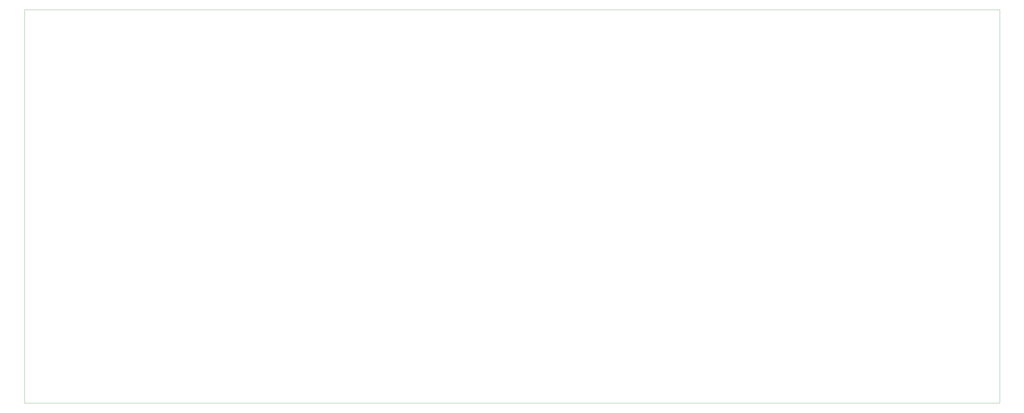
<source format=gbr>
G04 #@! TF.GenerationSoftware,KiCad,Pcbnew,(5.1.0)-1*
G04 #@! TF.CreationDate,2024-04-13T13:58:06+12:00*
G04 #@! TF.ProjectId,Pegasus2023_1_2,50656761-7375-4733-9230-32335f315f32,rev?*
G04 #@! TF.SameCoordinates,Original*
G04 #@! TF.FileFunction,Profile,NP*
%FSLAX46Y46*%
G04 Gerber Fmt 4.6, Leading zero omitted, Abs format (unit mm)*
G04 Created by KiCad (PCBNEW (5.1.0)-1) date 2024-04-13 13:58:06*
%MOMM*%
%LPD*%
G04 APERTURE LIST*
%ADD10C,0.050000*%
G04 APERTURE END LIST*
D10*
X-42508480Y-12705080D02*
X-38100000Y-12700000D01*
X-38100000Y-146050000D02*
X-33806120Y-146050000D01*
X279400000Y-12700000D02*
X283691340Y-12700000D01*
X-46320000Y-146040000D02*
X-41910000Y-146050000D01*
X283693880Y-146050000D02*
X283691340Y-139047220D01*
X-42508480Y-12705080D02*
X-46318480Y-12705080D01*
X-41910000Y-146050000D02*
X-38100000Y-146050000D01*
X-46323560Y-89512140D02*
X-46321020Y-146039840D01*
X283693880Y-146050000D02*
X-33806120Y-146050000D01*
X-38100000Y-12700000D02*
X279400000Y-12700000D01*
X-46323560Y-89512140D02*
X-46318480Y-12705080D01*
X283691340Y-12700000D02*
X283691340Y-139047220D01*
M02*

</source>
